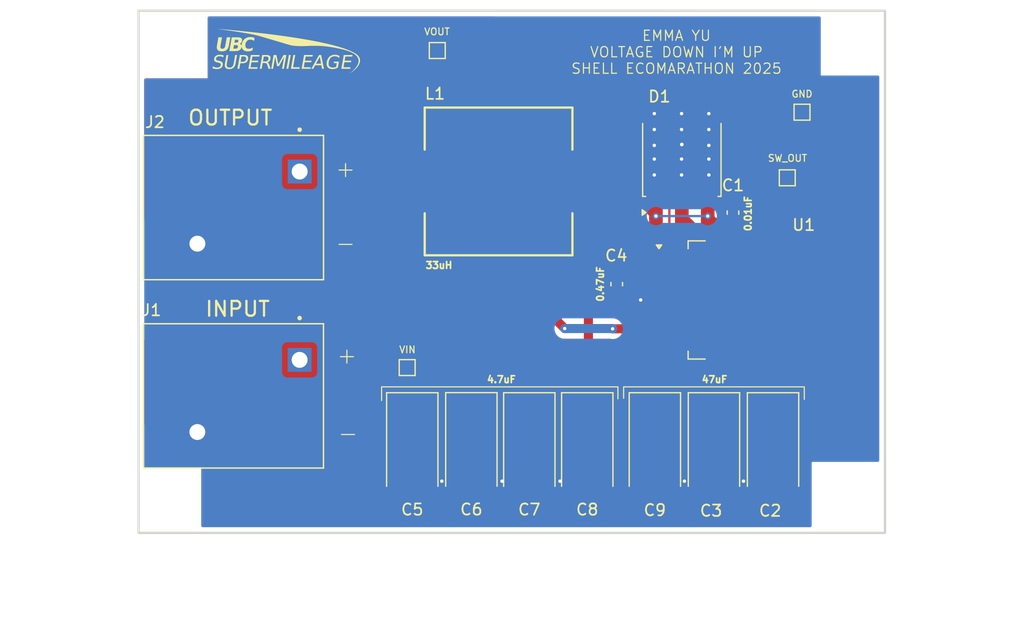
<source format=kicad_pcb>
(kicad_pcb (version 20240108) (generator "pcbnew") (generator_version "8.0")
  (layers (0 "F.Cu" signal) (31 "B.Cu" signal) (34 "B.Paste" user) (35 "F.Paste" user) (36 "B.SilkS" user "B.Silkscreen") (37 "F.SilkS" user "F.Silkscreen") (38 "B.Mask" user) (39 "F.Mask" user) (44 "Edge.Cuts" user))
  (net 0 "")
  (net 1 "Net-(U1-CB)")
  (net 2 "/VOUT")
  (net 3 "GND")
  (net 11 "VIN")
  (net 12 "/SW_OUT")
  (footprint "Package_TO_SOT_SMD:TO-263-7_TabPin8" (layer "F.Cu") (at 171.8 111.2)
    (property "Reference" "U1" (at 5.35 -6.6 0) (layer "F.SilkS"))
    (property "Value" "LM2674N-3.3" (hide yes))
    (pad "1" smd roundrect (at -7.65 -3.81) (size 4.6 0.8) (layers "F.Cu" "F.Paste" "F.Mask") (net 12 "/SW_OUT"))
    (pad "2" smd roundrect (at -7.65 -2.54) (size 4.6 0.8) (layers "F.Cu" "F.Paste" "F.Mask") (net 11 "VIN"))
    (pad "3" smd roundrect (at -7.649999 -1.27) (size 4.6 0.8) (layers "F.Cu" "F.Paste" "F.Mask") (net 1 "Net-(U1-CB)"))
    (pad "4" smd roundrect (at -7.65 0) (size 4.6 0.8) (layers "F.Cu" "F.Paste" "F.Mask") (net 3 "GND"))
    (pad "5" smd roundrect (at -7.649999 1.27) (size 4.6 0.8) (layers "F.Cu" "F.Paste" "F.Mask"))
    (pad "6" smd roundrect (at -7.65 2.54) (size 4.6 0.8) (layers "F.Cu" "F.Paste" "F.Mask") (net 2 "/VOUT"))
    (pad "7" smd roundrect (at -7.65 3.81) (size 4.6 0.8) (layers "F.Cu" "F.Paste" "F.Mask"))
    (pad "8" smd roundrect (at -0.925 -2.775) (size 4.55 5.25) (layers "F.Cu" "F.Paste") (roundrect_rratio 0.054945))
    (pad "8" smd roundrect (at -0.925 2.775) (size 4.55 5.25) (layers "F.Cu" "F.Paste") (roundrect_rratio 0.054945))
    (pad "8" smd roundrect (at 1.5 0) (size 9.4 10.8) (layers "F.Cu" "F.Mask") (roundrect_rratio 0.026596))
    (pad "8" smd roundrect (at 3.925 -2.775) (size 4.55 5.25) (layers "F.Cu" "F.Paste") (roundrect_rratio 0.054945))
    (pad "8" smd roundrect (at 3.925 2.775) (size 4.55 5.25) (layers "F.Cu" "F.Paste") (roundrect_rratio 0.054945))
  )
  (footprint "fcp12vconv_footprints:PHOENIX_1777545" (layer "F.Cu") (at 119.034364 113.293208 -90)
    (property "Reference" "J1" (at -1.193208 -0.715636 180) (layer "F.SilkS"))
    (property "Value" "Conn_01x02_Socket")
    (pad "1" thru_hole rect (at 3.18 -13.75 270) (size 2.1 2.1) (drill 1.4) (layers "*.Cu" "*.Mask") (net 11 "VIN"))
    (pad "2" thru_hole circle (at 9.53 -4.75 270) (size 2.1 2.1) (drill 1.4) (layers "*.Cu" "*.Mask") (net 3 "GND"))
  )
  (footprint "Capacitor_Tantalum_SMD:CP_EIA-7343-31_Kemet-D_Pad2.25x2.55mm_HandSolder" (layer "F.Cu") (at 153 123.95 -90)
    (property "Reference" "C7" (at 5.7 0 0) (layer "F.SilkS"))
    (property "Value" "4.7 uF")
    (pad "1" smd roundrect (at -3.2 0 270) (size 2.25 2.55) (layers "F.Cu" "F.Paste" "F.Mask") (roundrect_rratio 0.111111) (net 11 "VIN"))
    (pad "2" smd roundrect (at 3.2 0 270) (size 2.25 2.55) (layers "F.Cu" "F.Paste" "F.Mask") (roundrect_rratio 0.111111) (net 3 "GND"))
  )
  (footprint "fcp12vconv_footprints:WE-HCI_1365" (layer "F.Cu") (at 150.293803 100.769343)
    (property "Reference" "L1" (at -5.593803 -7.719343 0) (layer "F.SilkS"))
    (property "Value" "33uH" (at -5.243803 7.380657 0) (layer "F.SilkS") (effects (font (size 0.6 0.6))))
    (pad "1" smd rect (at -5.250001 0) (size 4.5 5) (layers "F.Cu" "F.Paste" "F.Mask") (net 2 "/VOUT"))
    (pad "2" smd rect (at 5.250001 0) (size 4.5 5) (layers "F.Cu" "F.Paste" "F.Mask") (net 12 "/SW_OUT"))
  )
  (footprint "TestPoint:TestPoint_Pad_1.0x1.0mm" (layer "F.Cu") (at 142.25 117.15)
    (property "Reference" "VIN" (at 0.025 -1.575 0) (layer "F.SilkS") (effects (font (size 0.6 0.6) (thickness 0.1))))
    (property "Value" "VIN")
    (pad "1" smd rect (at 0 0) (size 1 1) (layers "F.Cu" "F.Mask") (net 11 "VIN"))
  )
  (footprint "Capacitor_Tantalum_SMD:CP_EIA-7343-43_Kemet-X_Pad2.25x2.55mm_HandSolder" (layer "F.Cu") (at 174.45 123.95 -90)
    (property "Reference" "C2" (at 5.799998 0.25 180) (layer "F.SilkS"))
    (property "Value" "47 uF")
    (pad "1" smd roundrect (at -3.2 0 270) (size 2.25 2.55) (layers "F.Cu" "F.Paste" "F.Mask") (roundrect_rratio 0.111111) (net 2 "/VOUT"))
    (pad "2" smd roundrect (at 3.2 0 270) (size 2.25 2.55) (layers "F.Cu" "F.Paste" "F.Mask") (roundrect_rratio 0.111111) (net 3 "GND"))
  )
  (footprint "Capacitor_Tantalum_SMD:CP_EIA-7343-43_Kemet-X_Pad2.25x2.55mm_HandSolder" (layer "F.Cu") (at 169.25 123.95 -90)
    (property "Reference" "C3" (at 5.8 0.25 180) (layer "F.SilkS"))
    (property "Value" "47 uF")
    (pad "1" smd roundrect (at -3.2 0 270) (size 2.25 2.55) (layers "F.Cu" "F.Paste" "F.Mask") (roundrect_rratio 0.111111) (net 2 "/VOUT"))
    (pad "2" smd roundrect (at 3.2 0 270) (size 2.25 2.55) (layers "F.Cu" "F.Paste" "F.Mask") (roundrect_rratio 0.111111) (net 3 "GND"))
  )
  (footprint "Capacitor_Tantalum_SMD:CP_EIA-7343-31_Kemet-D_Pad2.25x2.55mm_HandSolder" (layer "F.Cu") (at 142.7 123.95 -90)
    (property "Reference" "C5" (at 5.7 0 0) (layer "F.SilkS"))
    (property "Value" "4.7 uF")
    (pad "1" smd roundrect (at -3.2 0 270) (size 2.25 2.55) (layers "F.Cu" "F.Paste" "F.Mask") (roundrect_rratio 0.111111) (net 11 "VIN"))
    (pad "2" smd roundrect (at 3.2 0 270) (size 2.25 2.55) (layers "F.Cu" "F.Paste" "F.Mask") (roundrect_rratio 0.111111) (net 3 "GND"))
  )
  (footprint "Capacitor_Tantalum_SMD:CP_EIA-7343-31_Kemet-D_Pad2.25x2.55mm_HandSolder" (layer "F.Cu") (at 147.9 123.941314 -90)
    (property "Reference" "C6" (at 5.7 0 0) (layer "F.SilkS"))
    (property "Value" "4.7 uF")
    (pad "1" smd roundrect (at -3.2 0 270) (size 2.25 2.55) (layers "F.Cu" "F.Paste" "F.Mask") (roundrect_rratio 0.111111) (net 11 "VIN"))
    (pad "2" smd roundrect (at 3.2 0 270) (size 2.25 2.55) (layers "F.Cu" "F.Paste" "F.Mask") (roundrect_rratio 0.111111) (net 3 "GND"))
  )
  (footprint "TestPoint:TestPoint_Pad_1.0x1.0mm" (layer "F.Cu") (at 175.7 100.45)
    (property "Reference" "SW_OUT" (at 0.025 -1.725 0) (layer "F.SilkS") (effects (font (size 0.6 0.6) (thickness 0.1))))
    (property "Value" "switch_output")
    (pad "1" smd rect (at 0 0) (size 1 1) (layers "F.Cu" "F.Mask") (net 12 "/SW_OUT"))
  )
  (footprint "MountingHole:MountingHole_2.2mm_M2" (layer "F.Cu") (at 121.4 128.975)
    (property "Reference" "H4")
    (property "Value" "MountingHole")
    (pad "" np_thru_hole circle (at 0 0) (size 2.2 2.2) (drill 2.2) (layers "*.Cu" "*.Mask"))
  )
  (footprint "fcp12vconv_footprints:PHOENIX_1777545" (layer "F.Cu") (at 119.038785 96.71809 -90)
    (property "Reference" "J2" (at -1.16809 -1.011215 180) (layer "F.SilkS"))
    (property "Value" "Conn_01x02_Socket")
    (pad "1" thru_hole rect (at 3.18 -13.75 270) (size 2.1 2.1) (drill 1.4) (layers "*.Cu" "*.Mask") (net 2 "/VOUT"))
    (pad "2" thru_hole circle (at 9.53 -4.75 270) (size 2.1 2.1) (drill 1.4) (layers "*.Cu" "*.Mask") (net 3 "GND"))
  )
  (footprint "fcp12vconv_footprints:sm_logo_small" (layer "F.Cu") (at 131.6 89.3)
    (property "Reference" "G***")
    (property "Value" "LOGO" (hide yes))
  )
  (footprint "MountingHole:MountingHole_2.2mm_M2" (layer "F.Cu") (at 181.4 88.85)
    (property "Reference" "H2")
    (property "Value" "MountingHole")
    (pad "" np_thru_hole circle (at 0 0) (size 2.2 2.2) (drill 2.2) (layers "*.Cu" "*.Mask"))
  )
  (footprint "Capacitor_SMD:C_0603_1608Metric_Pad1.08x0.95mm_HandSolder" (layer "F.Cu") (at 160.693884 109.81 -90)
    (property "Reference" "C4" (at -2.51 0.043884 0) (layer "F.SilkS"))
    (property "Value" "0.47uF" (at -0.01 1.443884 -90) (layer "F.SilkS") (effects (font (size 0.6 0.6) (thickness 0.15) (bold yes))))
    (pad "1" smd roundrect (at -0.862501 0 270) (size 1.075 0.95) (layers "F.Cu" "F.Paste" "F.Mask") (net 11 "VIN"))
    (pad "2" smd roundrect (at 0.862501 0 270) (size 1.075 0.95) (layers "F.Cu" "F.Paste" "F.Mask") (net 3 "GND"))
  )
  (footprint "Capacitor_SMD:C_0603_1608Metric_Pad1.08x0.95mm_HandSolder" (layer "F.Cu") (at 170.925 103.512499 -90)
    (property "Reference" "C1" (at -2.4 0 0) (layer "F.SilkS"))
    (property "Value" "0.01uF" (at 0.087501 -1.325 90) (layer "F.SilkS") (effects (font (size 0.6 0.6))))
    (pad "1" smd roundrect (at -0.862501 0 270) (size 1.075 0.95) (layers "F.Cu" "F.Paste" "F.Mask") (net 1 "Net-(U1-CB)"))
    (pad "2" smd roundrect (at 0.862501 0 270) (size 1.075 0.95) (layers "F.Cu" "F.Paste" "F.Mask") (net 12 "/SW_OUT"))
  )
  (footprint "MountingHole:MountingHole_2.2mm_M2" (layer "F.Cu") (at 181.15 128.3)
    (property "Reference" "H3")
    (property "Value" "MountingHole")
    (pad "" np_thru_hole circle (at 0 0) (size 2.2 2.2) (drill 2.2) (layers "*.Cu" "*.Mask"))
  )
  (footprint "Capacitor_Tantalum_SMD:CP_EIA-7343-43_Kemet-X_Pad2.25x2.55mm_HandSolder" (layer "F.Cu") (at 164.05 123.95 -90)
    (property "Reference" "C9" (at 5.75 0 180) (layer "F.SilkS"))
    (property "Value" "47 uF")
    (pad "1" smd roundrect (at -3.2 0 270) (size 2.25 2.55) (layers "F.Cu" "F.Paste" "F.Mask") (roundrect_rratio 0.111111) (net 2 "/VOUT"))
    (pad "2" smd roundrect (at 3.2 0 270) (size 2.25 2.55) (layers "F.Cu" "F.Paste" "F.Mask") (roundrect_rratio 0.111111) (net 3 "GND"))
  )
  (footprint "TestPoint:TestPoint_Pad_1.0x1.0mm" (layer "F.Cu") (at 144.9 89.25)
    (property "Reference" "VOUT" (at -0.023214 -1.660939 0) (layer "F.SilkS") (effects (font (size 0.6 0.6) (thickness 0.1))))
    (property "Value" "VOUT")
    (pad "1" smd rect (at 0 0) (size 1 1) (layers "F.Cu" "F.Mask") (net 2 "/VOUT"))
  )
  (footprint "Capacitor_Tantalum_SMD:CP_EIA-7343-31_Kemet-D_Pad2.25x2.55mm_HandSolder" (layer "F.Cu") (at 158.1 123.95 -90)
    (property "Reference" "C8" (at 5.7 0 0) (layer "F.SilkS"))
    (property "Value" "4.7 uF")
    (pad "1" smd roundrect (at -3.2 0 270) (size 2.25 2.55) (layers "F.Cu" "F.Paste" "F.Mask") (roundrect_rratio 0.111111) (net 11 "VIN"))
    (pad "2" smd roundrect (at 3.2 0 270) (size 2.25 2.55) (layers "F.Cu" "F.Paste" "F.Mask") (roundrect_rratio 0.111111) (net 3 "GND"))
  )
  (footprint "fcp12vconv_footprints:TO-252-3_TabPin2_Single" (layer "F.Cu") (at 166.494221 99.402559 90)
    (property "Reference" "D1" (at 6.102559 -2.044221 0) (layer "F.SilkS"))
    (property "Value" "D_Schottky_Filled")
    (pad "1" smd roundrect (at -4.416001 -2.351 90) (size 2.2 1.2) (layers "F.Cu" "F.Paste" "F.Mask") (roundrect_rratio 0.208333) (net 12 "/SW_OUT"))
    (pad "1" smd roundrect (at -4.416 2.208999 90) (size 2.2 1.2) (layers "F.Cu" "F.Paste" "F.Mask") (roundrect_rratio 0.208333) (net 12 "/SW_OUT"))
    (pad "2" smd roundrect (at -4.416 -0.071 90) (size 2.2 1.2) (layers "F.Cu" "F.Paste" "F.Mask") (roundrect_rratio 0.208333) (net 3 "GND"))
    (pad "2" smd roundrect (at 0.209 -1.596 90) (size 3.05 2.75) (layers "F.Cu" "F.Paste") (roundrect_rratio 0.090909) (net 3 "GND"))
    (pad "2" smd roundrect (at 0.209 1.454 90) (size 3.05 2.75) (layers "F.Cu" "F.Paste") (roundrect_rratio 0.090909) (net 3 "GND"))
    (pad "2" smd roundrect (at 1.884 -0.071 90) (size 6.4 5.8) (layers "F.Cu" "F.Mask") (roundrect_rratio 0.043103) (net 3 "GND"))
    (pad "2" smd roundrect (at 3.559 -1.595999 90) (size 3.05 2.75) (layers "F.Cu" "F.Paste") (roundrect_rratio 0.090909) (net 3 "GND"))
    (pad "2" smd roundrect (at 3.559 1.454 90) (size 3.05 2.75) (layers "F.Cu" "F.Paste") (roundrect_rratio 0.090909) (net 3 "GND"))
  )
  (footprint "MountingHole:MountingHole_2.2mm_M2" (layer "F.Cu") (at 121.85 88.85)
    (property "Reference" "H1")
    (property "Value" "MountingHole")
    (pad "" np_thru_hole circle (at 0 0) (size 2.2 2.2) (drill 2.2) (layers "*.Cu" "*.Mask"))
  )
  (footprint "TestPoint:TestPoint_Pad_1.0x1.0mm" (layer "F.Cu") (at 177 94.675)
    (property "Reference" "GND" (at 0 -1.6 0) (layer "F.SilkS") (effects (font (size 0.6 0.6) (thickness 0.1) (bold yes))))
    (property "Value" "GND")
    (pad "1" smd rect (at 0 0) (size 1 1) (layers "F.Cu" "F.Mask") (net 3 "GND"))
  )
  (gr_line (start 140 120.05) (end 140 118.875) (stroke (width 0.1)) (layer "F.SilkS"))
  (gr_line (start 161.325 118.85) (end 177.175 118.85) (stroke (width 0.1)) (layer "F.SilkS"))
  (gr_line (start 161.3 119.85) (end 161.3 118.85) (stroke (width 0.1)) (layer "F.SilkS"))
  (gr_line (start 140 118.85) (end 160.8 118.85) (stroke (width 0.1)) (layer "F.SilkS"))
  (gr_line (start 177.2 118.85) (end 177.2 119.95) (stroke (width 0.1)) (layer "F.SilkS"))
  (gr_line (start 160.8 118.85) (end 160.8 119.9) (stroke (width 0.1)) (layer "F.SilkS"))
  (gr_rect (start 118.611428 85.747015) (end 184.3 131.7) (stroke (width 0.2)) (fill none) (layer "Edge.Cuts"))
  (gr_text "-" (at 136.05 123.8 0) (layer "F.SilkS") (effects (font (size 1.5 1.5) (thickness 0.1)) (justify left bottom)))
  (gr_text "OUTPUT" (at 122.862245 95.927313 0) (layer "F.SilkS") (effects (font (size 1.3 1.3) (thickness 0.2)) (justify left bottom)))
  (gr_text "+" (at 135.95 116.95 0) (layer "F.SilkS") (effects (font (size 1.5 1.5) (thickness 0.1)) (justify left bottom)))
  (gr_text "EMMA YU\nVOLTAGE DOWN I'M UP\nSHELL ECOMARATHON 2025" (at 165.95171 91.365361 0) (layer "F.SilkS") (effects (font (size 0.9 0.9) (thickness 0.1)) (justify bottom)))
  (gr_text "-" (at 135.83198 107.067983 0) (layer "F.SilkS") (effects (font (size 1.5 1.5) (thickness 0.1)) (justify left bottom)))
  (gr_text "4.7uF" (at 149.2 118.55 0) (layer "F.SilkS") (effects (font (size 0.6 0.6) (thickness 0.15) (bold yes)) (justify left bottom)))
  (gr_text "+" (at 135.83198 100.527689 0) (layer "F.SilkS") (effects (font (size 1.5 1.5) (thickness 0.1)) (justify left bottom)))
  (gr_text "INPUT" (at 124.381557 112.7524 0) (layer "F.SilkS") (effects (font (size 1.3 1.3) (thickness 0.2)) (justify left bottom)))
  (gr_text "47uF" (at 168.1 118.55 0) (layer "F.SilkS") (effects (font (size 0.6 0.6) (thickness 0.15) (bold yes)) (justify left bottom)))
  (segment (start 165.325 105.175) (end 166.925 106.775) (width 0.2) (layer "F.Cu") (net 1))
  (segment (start 165.325 102.932036) (end 165.325 105.175) (width 0.2) (layer "F.Cu") (net 1))
  (segment (start 165.838477 102.418559) (end 165.325 102.932036) (width 0.2) (layer "F.Cu") (net 1))
  (segment (start 166.925 109.455001) (end 166.450001 109.93) (width 0.2) (layer "F.Cu") (net 1))
  (segment (start 170.925 102.649998) (end 170.693561 102.418559) (width 0.2) (layer "F.Cu") (net 1))
  (segment (start 166.925 106.775) (end 166.925 109.455001) (width 0.2) (layer "F.Cu") (net 1))
  (segment (start 170.693561 102.418559) (end 165.838477 102.418559) (width 0.2) (layer "F.Cu") (net 1))
  (segment (start 166.450001 109.93) (end 164.150001 109.93) (width 0.2) (layer "F.Cu") (net 1))
  (segment (start 164.05 120.75) (end 164.05 118.95) (width 0.8) (layer "F.Cu") (net 2))
  (segment (start 166.450001 113.74) (end 164.15 113.74) (width 0.2) (layer "F.Cu") (net 2))
  (segment (start 144.949999 107.949999) (end 144.949999 101.654669) (width 0.8) (layer "F.Cu") (net 2))
  (segment (start 167.4 115.6) (end 167.4 114.461544) (width 0.8) (layer "F.Cu") (net 2))
  (segment (start 165 118) (end 165.1 117.9) (width 0.8) (layer "F.Cu") (net 2))
  (segment (start 152.4 110) (end 147 110) (width 0.8) (layer "F.Cu") (net 2))
  (segment (start 156.116974 113.716974) (end 152.4 110) (width 0.8) (layer "F.Cu") (net 2))
  (segment (start 169.25 120.75) (end 174.45 120.75) (width 0.8) (layer "F.Cu") (net 2))
  (segment (start 164.15 113.74) (end 160.332793 113.74) (width 0.8) (layer "F.Cu") (net 2))
  (segment (start 144.949999 101.654669) (end 145.004668 101.6) (width 0.8) (layer "F.Cu") (net 2))
  (segment (start 147 110) (end 144.949999 107.949999) (width 0.8) (layer "F.Cu") (net 2))
  (segment (start 166.678456 113.74) (end 164.15 113.74) (width 0.8) (layer "F.Cu") (net 2))
  (segment (start 164.05 118.95) (end 165.1 117.9) (width 0.8) (layer "F.Cu") (net 2))
  (segment (start 165.1 117.9) (end 167.4 115.6) (width 0.8) (layer "F.Cu") (net 2))
  (segment (start 164.05 120.75) (end 169.25 120.75) (width 0.8) (layer "F.Cu") (net 2))
  (segment (start 167.4 114.461544) (end 166.678456 113.74) (width 0.8) (layer "F.Cu") (net 2))
  (via (at 160.332793 113.74) (size 0.6) (drill 0.3) (layers "F.Cu" "B.Cu") (net 2))
  (via (at 156.116974 113.716974) (size 0.6) (drill 0.3) (layers "F.Cu" "B.Cu") (net 2))
  (segment (start 160.309767 113.716974) (end 160.332793 113.74) (width 0.8) (layer "B.Cu") (net 2))
  (segment (start 156.116974 113.716974) (end 160.309767 113.716974) (width 0.8) (layer "B.Cu") (net 2))
  (segment (start 169.25 127.15) (end 174.45 127.15) (width 0.8) (layer "F.Cu") (net 3))
  (segment (start 145.3 127.15) (end 147.891314 127.15) (width 0.8) (layer "F.Cu") (net 3))
  (segment (start 167.725 110.175) (end 166.7 111.2) (width 0.8) (layer "F.Cu") (net 3))
  (segment (start 150.691314 126.391314) (end 150.7 126.4) (width 0.8) (layer "F.Cu") (net 3))
  (segment (start 167.50322 104.898558) (end 167.50322 105.027568) (width 0.8) (layer "F.Cu") (net 3))
  (segment (start 155.7 127.15) (end 158.1 127.15) (width 0.8) (layer "F.Cu") (net 3))
  (segment (start 161.301319 111.2) (end 164.1 111.2) (width 0.8) (layer "F.Cu") (net 3))
  (segment (start 147.991314 126.4) (end 148 126.391314) (width 0.8) (layer "F.Cu") (net 3))
  (segment (start 164.05 127.15) (end 169.25 127.15) (width 0.8) (layer "F.Cu") (net 3))
  (segment (start 167.725 105.249349) (end 167.725 110.175) (width 0.8) (layer "F.Cu") (net 3))
  (segment (start 167.50322 105.027568) (end 167.725 105.249349) (width 0.8) (layer "F.Cu") (net 3))
  (segment (start 163.829662 94.925) (end 166.423221 97.518559) (width 0.2) (layer "F.Cu") (net 3))
  (segment (start 177 94.675) (end 169.11678 94.675) (width 0.8) (layer "F.Cu") (net 3))
  (segment (start 160.693884 110.592565) (end 161.301319 111.2) (width 0.8) (layer "F.Cu") (net 3))
  (segment (start 142.7 127.15) (end 145.3 127.15) (width 0.8) (layer "F.Cu") (net 3))
  (segment (start 164.1 111.2) (end 164.15 111.2) (width 0.8) (layer "F.Cu") (net 3))
  (segment (start 150.6 127.15) (end 153 127.15) (width 0.8) (layer "F.Cu") (net 3))
  (segment (start 147.9 127.141314) (end 150.591314 127.141314) (width 0.8) (layer "F.Cu") (net 3))
  (segment (start 166.7 111.2) (end 164.15 111.2) (width 0.8) (layer "F.Cu") (net 3))
  (segment (start 153 127.15) (end 155.7 127.15) (width 0.8) (layer "F.Cu") (net 3))
  (segment (start 169.11678 94.675) (end 167.948221 95.843559) (width 0.2) (layer "F.Cu") (net 3))
  (segment (start 166.423221 103.818559) (end 167.50322 104.898558) (width 0.8) (layer "F.Cu") (net 3))
  (via (at 164 98.8) (size 0.6) (drill 0.3) (layers "F.Cu" "B.Cu") (net 3))
  (via (at 168.8 100.2) (size 0.6) (drill 0.3) (layers "F.Cu" "B.Cu") (net 3))
  (via (at 145.3 127.15) (size 0.6) (drill 0.3) (layers "F.Cu" "B.Cu") (net 3))
  (via (at 164 94.8) (size 0.6) (drill 0.3) (layers "F.Cu" "B.Cu") (net 3))
  (via (at 166.423221 97.518559) (size 0.6) (drill 0.3) (layers "F.Cu" "B.Cu") (net 3))
  (via (at 166.4 94.8) (size 0.6) (drill 0.3) (layers "F.Cu" "B.Cu") (net 3))
  (via (at 168.8 98.8) (size 0.6) (drill 0.3) (layers "F.Cu" "B.Cu") (net 3))
  (via (at 150.6 127.15) (size 0.6) (drill 0.3) (layers "F.Cu" "B.Cu") (net 3))
  (via (at 164 96.2) (size 0.6) (drill 0.3) (layers "F.Cu" "B.Cu") (net 3))
  (via (at 171.85 127.15) (size 0.6) (drill 0.3) (layers "F.Cu" "B.Cu") (net 3))
  (via (at 166.4 96.2) (size 0.6) (drill 0.3) (layers "F.Cu" "B.Cu") (net 3))
  (via (at 166.65 127.15) (size 0.6) (drill 0.3) (layers "F.Cu" "B.Cu") (net 3))
  (via (at 166.423221 97.518559) (size 0.6) (drill 0.3) (layers "F.Cu" "B.Cu") (net 3))
  (via (at 168.8 97.6) (size 0.6) (drill 0.3) (layers "F.Cu" "B.Cu") (net 3))
  (via (at 162.8 111.2) (size 0.6) (drill 0.3) (layers "F.Cu" "B.Cu") (net 3))
  (via (at 166.423221 97.518559) (size 0.6) (drill 0.3) (layers "F.Cu" "B.Cu") (net 3))
  (via (at 164 100.2) (size 0.6) (drill 0.3) (layers "F.Cu" "B.Cu") (net 3))
  (via (at 155.7 127.15) (size 0.6) (drill 0.3) (layers "F.Cu" "B.Cu") (net 3))
  (via (at 164 97.6) (size 0.6) (drill 0.3) (layers "F.Cu" "B.Cu") (net 3))
  (via (at 168.8 96.2) (size 0.6) (drill 0.3) (layers "F.Cu" "B.Cu") (net 3))
  (via (at 166.4 100.2) (size 0.6) (drill 0.3) (layers "F.Cu" "B.Cu") (net 3))
  (via (at 166.4 98.8) (size 0.6) (drill 0.3) (layers "F.Cu" "B.Cu") (net 3))
  (via (at 168.8 94.8) (size 0.6) (drill 0.3) (layers "F.Cu" "B.Cu") (net 3))
  (segment (start 158.2 110.966383) (end 158.2 120.65) (width 0.8) (layer "F.Cu") (net 11))
  (segment (start 158.2 120.65) (end 158.1 120.75) (width 0.8) (layer "F.Cu") (net 11))
  (segment (start 160.218884 108.947499) (end 158.2 110.966383) (width 0.8) (layer "F.Cu") (net 11))
  (segment (start 160.981383 108.66) (end 164.15 108.659999) (width 0.8) (layer "F.Cu") (net 11))
  (segment (start 160.693884 108.947499) (end 160.218884 108.947499) (width 0.8) (layer "F.Cu") (net 11))
  (segment (start 160.693884 108.947499) (end 160.981383 108.66) (width 0.8) (layer "F.Cu") (net 11))
  (segment (start 164.143221 103.81856) (end 164.175001 103.85034) (width 1) (layer "F.Cu") (net 12))
  (segment (start 163.961781 104) (end 164.143221 103.81856) (width 0.8) (layer "F.Cu") (net 12))
  (segment (start 169.259661 104.375) (end 168.70322 103.818559) (width 0.8) (layer "F.Cu") (net 12))
  (segment (start 161.094004 100.769343) (end 164.143221 103.81856) (width 0.8) (layer "F.Cu") (net 12))
  (segment (start 175.7 100.45) (end 175.7 102.3) (width 0.8) (layer "F.Cu") (net 12))
  (segment (start 173.625 104.375) (end 170.925 104.375) (width 0.8) (layer "F.Cu") (net 12))
  (segment (start 155.543804 100.769343) (end 161.094004 100.769343) (width 0.8) (layer "F.Cu") (net 12))
  (segment (start 175.7 102.3) (end 173.625 104.375) (width 0.8) (layer "F.Cu") (net 12))
  (segment (start 170.925 104.374999) (end 169.259661 104.375) (width 0.8) (layer "F.Cu") (net 12))
  (segment (start 164.175001 103.85034) (end 164.175001 107.365) (width 1) (layer "F.Cu") (net 12))
  (via (at 164.143221 103.81856) (size 0.6) (drill 0.3) (layers "F.Cu" "B.Cu") (net 12))
  (via (at 168.70322 103.818559) (size 0.6) (drill 0.3) (layers "F.Cu" "B.Cu") (net 12))
  (segment (start 164.143222 103.818559) (end 164.143221 103.81856) (width 0.2) (layer "B.Cu") (net 12))
  (segment (start 168.70322 103.818559) (end 164.143222 103.818559) (width 0.2) (layer "B.Cu") (net 12))
  (zone (net 11) (net_name "VIN") (layer "F.Cu") (priority 3) (connect_pads yes (clearance 0.5)) (min_thickness 0.25) (fill yes (thermal_gap 0.5) (thermal_bridge_width 0.5))
    (polygon (pts (xy 118.668329 114.626687) (xy 160.682404 114.617529) (xy 160.868848 122.054597) (xy 118.668329 122.281251)))
  )
  (zone (net 2) (net_name "/VOUT") (layer "F.Cu") (priority 2) (connect_pads yes (clearance 0.5)) (min_thickness 0.25) (fill yes (thermal_gap 0.5) (thermal_bridge_width 0.5))
    (polygon (pts (xy 118.469953 85.651267) (xy 150.065008 85.830607) (xy 150.420994 104.549563) (xy 136.818544 104.255877) (xy 118.768169 104.186327)))
  )
  (zone (net 0) (net_name "") (layers "F&B.Cu") (connect_pads (clearance 0)) (min_thickness 0.25)
    (keepout (tracks not_allowed) (vias not_allowed) (pads not_allowed) (copperpour not_allowed) (footprints allowed))
    (fill (thermal_gap 0.5) (thermal_bridge_width 0.5))
    (polygon (pts (xy 184.2 125.45) (xy 177.9 125.45) (xy 177.85 125.5) (xy 177.85 131.25) (xy 184.25 131.25) (xy 184.25 125.5)))
  )
  (zone (net 0) (net_name "") (layers "F&B.Cu") (connect_pads (clearance 0)) (min_thickness 0.25)
    (keepout (tracks not_allowed) (vias not_allowed) (pads not_allowed) (copperpour not_allowed) (footprints allowed))
    (fill (thermal_gap 0.5) (thermal_bridge_width 0.5))
    (polygon (pts (xy 118.65 126) (xy 118.65 131.6) (xy 124.125 131.6) (xy 124.125 126.025) (xy 124.125 126)))
  )
  (zone (net 0) (net_name "") (layers "F&B.Cu") (connect_pads (clearance 0)) (min_thickness 0.25)
    (keepout (tracks not_allowed) (vias not_allowed) (pads not_allowed) (copperpour not_allowed) (footprints allowed))
    (fill (thermal_gap 0.5) (thermal_bridge_width 0.5))
    (polygon (pts (xy 118.469953 85.651267) (xy 124.7 85.651267) (xy 124.7 91.7) (xy 118.469953 91.7)))
  )
  (zone (net 0) (net_name "") (layers "F&B.Cu") (connect_pads (clearance 0)) (min_thickness 0.25)
    (keepout (tracks not_allowed) (vias not_allowed) (pads not_allowed) (copperpour not_allowed) (footprints allowed))
    (fill (thermal_gap 0.5) (thermal_bridge_width 0.5))
    (polygon (pts (xy 184.3 85.7) (xy 184.3 91.45) (xy 178.65 91.45) (xy 178.65 85.75) (xy 184.35 85.75)))
  )
  (zone (net 3) (net_name "GND") (layer "B.Cu") (connect_pads (clearance 0.5)) (min_thickness 0.25) (fill yes (thermal_gap 0.5) (thermal_bridge_width 0.5))
    (polygon (pts (xy 118.458585 85.931382) (xy 118.597995 131.751862) (xy 184.530609 131.588795) (xy 184.291199 85.768297)))
  )
)
</source>
